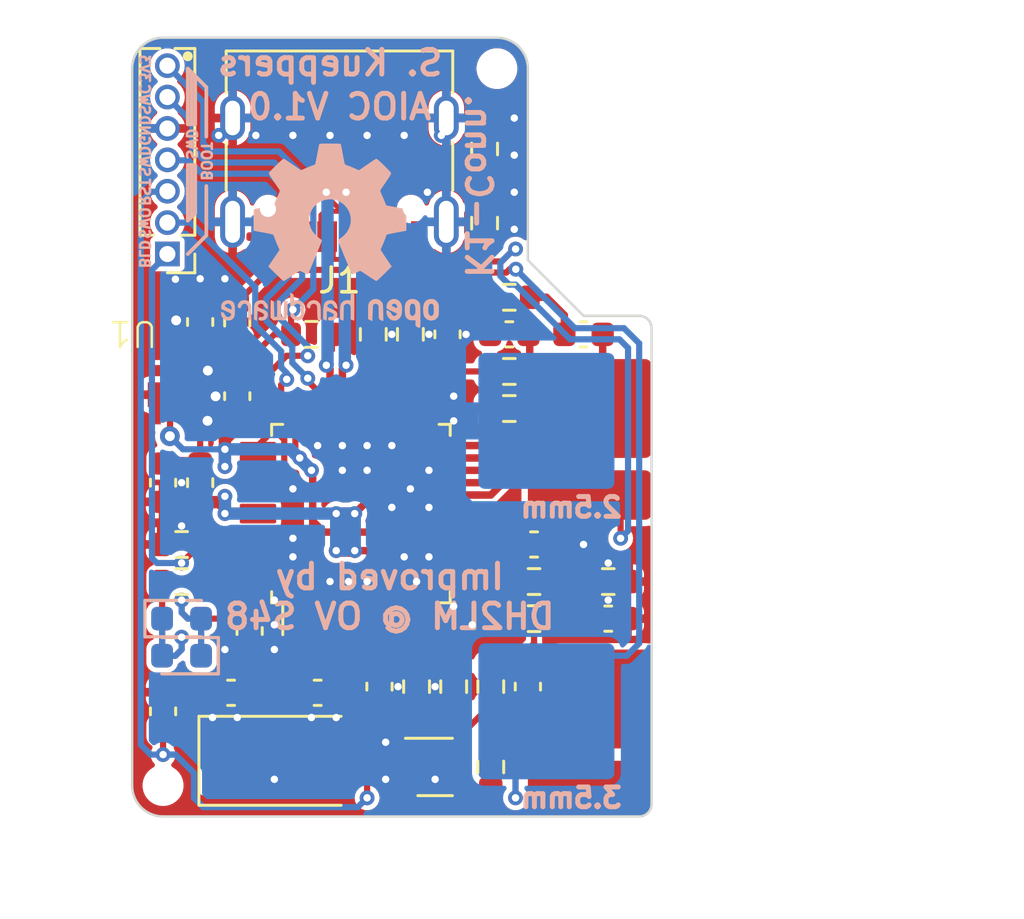
<source format=kicad_pcb>
(kicad_pcb (version 20240108) (generator "pcbnew") (generator_version "8.0")
  (layers (0 "F.Cu" signal) (31 "B.Cu" signal) (34 "B.Paste" user) (35 "F.Paste" user) (36 "B.SilkS" user "B.Silkscreen") (37 "F.SilkS" user "F.Silkscreen") (38 "B.Mask" user) (39 "F.Mask" user) (44 "Edge.Cuts" user))
  (net 0 "")
  (net 1 "GND")
  (net 2 "/OSCIN")
  (net 3 "/OSCOUT")
  (net 4 "/SWCLK")
  (net 5 "/SWDIO")
  (net 6 "/USB-DP")
  (net 7 "/USB-DN")
  (net 8 "+3V3")
  (net 9 "+3.3VA")
  (net 10 "/VIN")
  (net 11 "/VBUS")
  (net 12 "Net-(C12-Pad1)")
  (net 13 "Net-(C14-Pad1)")
  (net 14 "/USART-RX")
  (net 15 "/USART-TX")
  (net 16 "/PTT1")
  (net 17 "/PTT2")
  (net 18 "/AFIN")
  (net 19 "/RADIO-MIC")
  (net 20 "/RADIO-SPK")
  (net 21 "/AFOUT")
  (net 22 "/RADIO-RX-PTT1")
  (net 23 "/RADIO-TX")
  (net 24 "/RADIO-VP-PTT2")
  (net 25 "/NRST")
  (net 26 "/SWO")
  (net 27 "/BOOT0")
  (net 28 "/DAC_ATTEN")
  (net 29 "Net-(U1-VOUT2)")
  (net 30 "Net-(D1-A)")
  (net 31 "Net-(D1-K)")
  (net 34 "Net-(J1-CC1)")
  (net 35 "Net-(J1-CC2)")
  (net 36 "Net-(Q1B-C2)")
  (net 37 "Net-(Q1B-B2)")
  (net 38 "Net-(Q1A-C1)")
  (net 39 "Net-(Q1A-B1)")
  (net 40 "Net-(U2-PB8)")
  (footprint "Resistor_SMD:R_0603_1608Metric" (layer "F.Cu") (at 119.75 102 180)
    (property "Reference" "R2" (hide yes))
    (property "Value" "10K")
  )
  (footprint "LED_SMD:LED_0603_1608Metric" (layer "F.Cu") (at 105.5 105 180)
    (property "Reference" "D2" (hide yes))
    (property "Value" "RED")
  )
  (footprint "Capacitor_SMD:C_0603_1608Metric" (layer "F.Cu") (at 118.75 92 180)
    (property "Reference" "C11" (hide yes))
    (property "Value" "10n/NP0")
  )
  (footprint "Resistor_SMD:R_0603_1608Metric" (layer "F.Cu") (at 105.5 102)
    (property "Reference" "R15" (hide yes))
    (property "Value" "220R")
  )
  (footprint "Capacitor_SMD:C_0603_1608Metric" (layer "F.Cu") (at 107.5 106.5 180)
    (property "Reference" "C1" (hide yes))
    (property "Value" "22p/NP0")
  )
  (footprint "LED_SMD:LED_0603_1608Metric" (layer "F.Cu") (at 105.5 103.5)
    (property "Reference" "D1" (hide yes))
    (property "Value" "GREEN")
  )
  (footprint "Capacitor_SMD:C_0603_1608Metric" (layer "F.Cu") (at 113.5 106.25 -90)
    (property "Reference" "C9" (hide yes))
    (property "Value" "100n")
  )
  (footprint "Capacitor_SMD:C_0603_1608Metric" (layer "F.Cu") (at 122.75 103.5)
    (property "Reference" "C12" (hide yes))
    (property "Value" "100n")
  )
  (footprint "Resistor_SMD:R_0603_1608Metric" (layer "F.Cu") (at 118 109.5 -90)
    (property "Reference" "R13" (hide yes))
    (property "Value" "22R")
  )
  (footprint "Inductor_SMD:L_0603_1608Metric" (layer "F.Cu") (at 107.75 91.5 90)
    (property "Reference" "FB2" (hide yes))
    (property "Value" "600R@100MHz")
  )
  (footprint "Resistor_SMD:R_0603_1608Metric" (layer "F.Cu") (at 114.75 92 -90)
    (property "Reference" "R8" (hide yes))
    (property "Value" "220R")
  )
  (footprint "Resistor_SMD:R_0603_1608Metric" (layer "F.Cu") (at 116.5 106.25 -90)
    (property "Reference" "R11" (hide yes))
    (property "Value" "2.2K")
  )
  (footprint "Resistor_SMD:R_0603_1608Metric" (layer "F.Cu") (at 113.25 92 -90)
    (property "Reference" "R9" (hide yes))
    (property "Value" "220R")
  )
  (footprint "Connector_USB:USB_C_Receptacle_G-Switch_GT-USB-7010ASV" (layer "F.Cu") (at 111.882 84.322 180)
    (property "Reference" "J1")
    (property "Value" "GT-USB-7010ASV")
  )
  (footprint "Package_QFP:LQFP-48_7x7mm_P0.5mm" (layer "F.Cu") (at 112.75 99.25 90)
    (property "Reference" "U2" (hide yes))
    (property "Value" "STM32F373CBTx")
  )
  (footprint "Capacitor_SMD:C_0603_1608Metric" (layer "F.Cu") (at 106.25 91.5 90)
    (property "Reference" "C6" (hide yes))
    (property "Value" "4.7u/10V/X5R")
  )
  (footprint "Resistor_SMD:R_0603_1608Metric" (layer "F.Cu") (at 122.75 102 180)
    (property "Reference" "R4" (hide yes))
    (property "Value" "220R")
  )
  (footprint "Inductor_SMD:L_0603_1608Metric" (layer "F.Cu") (at 106.25 98 90)
    (property "Reference" "FB1" (hide yes))
    (property "Value" "600R@100MHz")
  )
  (footprint "Capacitor_SMD:C_0603_1608Metric" (layer "F.Cu") (at 111 106.5)
    (property "Reference" "C2" (hide yes))
    (property "Value" "22p/NP0")
  )
  (footprint "Resistor_SMD:R_0603_1608Metric" (layer "F.Cu") (at 115 106.25 -90)
    (property "Reference" "R10" (hide yes))
    (property "Value" "2.2K")
  )
  (footprint "Capacitor_SMD:C_0603_1608Metric" (layer "F.Cu") (at 107.75 94.5 90)
    (property "Reference" "C4" (hide yes))
    (property "Value" "4.7u/10V/X5R")
  )
  (footprint "Resistor_SMD:R_0603_1608Metric" (layer "F.Cu") (at 110.75 92)
    (property "Reference" "R1" (hide yes))
    (property "Value" "1.5K")
  )
  (footprint "Capacitor_SMD:C_0603_1608Metric" (layer "F.Cu") (at 104.75 98 -90)
    (property "Reference" "C5" (hide yes))
    (property "Value" "4.7u/10V/X5R")
  )
  (footprint "Package_TO_SOT_SMD:SOT-363_SC-70-6" (layer "F.Cu") (at 115.75 109.5)
    (property "Reference" "Q1" (hide yes))
    (property "Value" "BC847BS")
  )
  (footprint "Capacitor_SMD:C_0603_1608Metric" (layer "F.Cu") (at 121.75 92)
    (property "Reference" "C14" (hide yes))
    (property "Value" "4.7u/10V/X5R")
  )
  (footprint "Resistor_SMD:R_0603_1608Metric" (layer "F.Cu") (at 119.75 103.5 180)
    (property "Reference" "R17" (hide yes))
    (property "Value" "N.M.")
  )
  (footprint "Resistor_SMD:R_0603_1608Metric" (layer "F.Cu") (at 118.75 90.5)
    (property "Reference" "R5" (hide yes))
    (property "Value" "2.2K")
  )
  (footprint "Capacitor_SMD:C_0603_1608Metric" (layer "F.Cu") (at 104.75 107.25 90)
    (property "Reference" "C15" (hide yes))
    (property "Value" "100n")
  )
  (footprint "Capacitor_SMD:C_0603_1608Metric" (layer "F.Cu") (at 119.75 100.5)
    (property "Reference" "C7" (hide yes))
    (property "Value" "4.7u/10V/X5R")
  )
  (footprint "Connector_PinHeader_1.27mm:PinHeader_1x07_P1.27mm_Vertical" (layer "F.Cu") (at 104.925 88.75 180)
    (property "Reference" "J2" (hide yes))
    (property "Value" "Conn_01x07_Male")
  )
  (footprint "Capacitor_SMD:C_0603_1608Metric" (layer "F.Cu") (at 108.25 104 -90)
    (property "Reference" "C8" (hide yes))
    (property "Value" "100n")
  )
  (footprint "Resistor_SMD:R_0603_1608Metric" (layer "F.Cu") (at 118.75 93.5)
    (property "Reference" "R16" (hide yes))
    (property "Value" "5.1K")
  )
  (footprint "Resistor_SMD:R_0603_1608Metric" (layer "F.Cu") (at 118.75 95)
    (property "Reference" "R3" (hide yes))
    (property "Value" "5.1K")
  )
  (footprint "AIOC:TOOLING-HOLE" (layer "F.Cu") (at 104.75 110.25)
    (property "Reference" "H2" (hide yes))
    (property "Value" "ToolingHole")
  )
  (footprint "Capacitor_SMD:C_0603_1608Metric" (layer "F.Cu") (at 116.25 92 90)
    (property "Reference" "C10" (hide yes))
    (property "Value" "4.7u/10V/X5R")
  )
  (footprint "Resistor_SMD:R_0603_1608Metric" (layer "F.Cu") (at 105.5 100.5)
    (property "Reference" "R14" (hide yes))
    (property "Value" "2.2K")
  )
  (footprint "Resistor_SMD:R_0603_1608Metric" (layer "F.Cu") (at 117.75 84.5 -90)
    (property "Reference" "R6" (hide yes))
    (property "Value" "5.1K")
  )
  (footprint "DH2LM-FP:LLP-6 (2x1.8)" (layer "F.Cu") (at 105.532 93.466 180)
    (property "Reference" "U1")
    (property "Value" "VRD3333")
  )
  (footprint "AIOC:TOOLING-HOLE" (layer "F.Cu") (at 118.25 81.25)
    (property "Reference" "H1" (hide yes))
    (property "Value" "ToolingHole")
  )
  (footprint "Capacitor_SMD:C_0603_1608Metric" (layer "F.Cu") (at 119.5 106.25 -90)
    (property "Reference" "C13" (hide yes))
    (property "Value" "4.7u/10V/X5R")
  )
  (footprint "AIOC:Crystal_SMD_5032-2Pin_5.0x3.2mm" (layer "F.Cu") (at 109.25 109.25)
    (property "Reference" "Y1" (hide yes))
    (property "Value" "8MHz/20pF")
  )
  (footprint "Resistor_SMD:R_0603_1608Metric" (layer "F.Cu") (at 118 106.25 -90)
    (property "Reference" "R12" (hide yes))
    (property "Value" "22R")
  )
  (footprint "Resistor_SMD:R_0603_1608Metric" (layer "F.Cu") (at 117.75 87.5 90)
    (property "Reference" "R7" (hide yes))
    (property "Value" "5.1K")
  )
  (footprint "LED_SMD:LED_0603_1608Metric" (layer "B.Cu") (at 105.5 105 180)
    (property "Reference" "D4" (hide yes))
    (property "Value" "N.M.")
  )
  (footprint "LED_SMD:LED_0603_1608Metric" (layer "B.Cu") (at 105.5 103.5)
    (property "Reference" "D3" (hide yes))
    (property "Value" "N.M.")
  )
  (footprint "Symbol:OSHW-Logo2_9.8x8mm_SilkScreen" (layer "B.Cu") (at 111.5 88 180)
    (property "Reference" "REF**" (hide yes))
    (property "Value" "OSHW-Logo2_9.8x8mm_SilkScreen" (hide yes))
  )
  (gr_line (start 105.9 85.15) (end 105.9 87.25) (stroke (width 0.15)) (layer "B.SilkS"))
  (gr_line (start 105.75 87.4) (end 105.75 85.15) (stroke (width 0.15)) (layer "B.SilkS"))
  (gr_line (start 105.75 85.15) (end 106.05 85.15) (stroke (width 0.15)) (layer "B.SilkS"))
  (gr_line (start 105.75 88.75) (end 106.5 88) (stroke (width 0.15)) (layer "B.SilkS"))
  (gr_line (start 105.75 81.25) (end 106.5 82) (stroke (width 0.15)) (layer "B.SilkS"))
  (gr_line (start 105.75 83.5) (end 105.75 81.25) (stroke (width 0.15)) (layer "B.SilkS"))
  (gr_line (start 106.5 82) (end 106.5 84) (stroke (width 0.15)) (layer "B.SilkS"))
  (gr_line (start 105.75 83.5) (end 106.05 83.5) (stroke (width 0.15)) (layer "B.SilkS"))
  (gr_line (start 106.5 88) (end 106.5 86) (stroke (width 0.15)) (layer "B.SilkS"))
  (gr_line (start 106.05 87.1) (end 106.05 85.15) (stroke (width 0.15)) (layer "B.SilkS"))
  (gr_line (start 105.75 87.4) (end 106.05 87.1) (stroke (width 0.15)) (layer "B.SilkS"))
  (gr_line (start 105.9 81.4) (end 105.9 83.5) (stroke (width 0.15)) (layer "B.SilkS"))
  (gr_line (start 106.05 83.5) (end 106.05 81.55) (stroke (width 0.15)) (layer "B.SilkS"))
  (gr_circle (center 105.75 80.75) (end 105.85 80.75) (stroke (width 0.2)) (fill none) (layer "F.SilkS"))
  (gr_line (start 119.5 89) (end 119.5 81.25) (stroke (width 0.1)) (layer "Edge.Cuts"))
  (gr_line (start 103.5 110.25) (end 103.5 81.25) (stroke (width 0.1)) (layer "Edge.Cuts"))
  (gr_line (start 121.75 91.25) (end 124 91.25) (stroke (width 0.1)) (layer "Edge.Cuts"))
  (gr_line (start 124.5 91.75) (end 124.5 111) (stroke (width 0.1)) (layer "Edge.Cuts"))
  (gr_line (start 124 111.5) (end 104.75 111.5) (stroke (width 0.1)) (layer "Edge.Cuts"))
  (gr_arc (start 124.5 111) (mid 124.353553 111.353553) (end 124 111.5) (stroke (width 0.1)) (layer "Edge.Cuts"))
  (gr_line (start 121.75 91.25) (end 119.5 89) (stroke (width 0.1)) (layer "Edge.Cuts"))
  (gr_arc (start 118.25 80) (mid 119.133883 80.366117) (end 119.5 81.25) (stroke (width 0.1)) (layer "Edge.Cuts"))
  (gr_arc (start 103.5 81.25) (mid 103.866117 80.366117) (end 104.75 80) (stroke (width 0.1)) (layer "Edge.Cuts"))
  (gr_line (start 106 80) (end 118.25 80) (stroke (width 0.1)) (layer "Edge.Cuts"))
  (gr_arc (start 124 91.25) (mid 124.353553 91.396447) (end 124.5 91.75) (stroke (width 0.1)) (layer "Edge.Cuts"))
  (gr_line (start 106 80) (end 104.75 80) (stroke (width 0.1)) (layer "Edge.Cuts"))
  (gr_arc (start 104.75 111.5) (mid 103.866117 111.133883) (end 103.5 110.25) (stroke (width 0.1)) (layer "Edge.Cuts"))
  (gr_text "RST" (at 104 86.25 270) (layer "B.SilkS") (effects (font (size 0.4 0.4) (thickness 0.1)) (justify mirror)))
  (gr_text "SWD" (at 104 85 270) (layer "B.SilkS") (effects (font (size 0.4 0.4) (thickness 0.1)) (justify mirror)))
  (gr_text "SWO" (at 104 87.5 270) (layer "B.SilkS") (effects (font (size 0.4 0.4) (thickness 0.1)) (justify mirror)))
  (gr_text "GND" (at 104 83.75 270) (layer "B.SilkS") (effects (font (size 0.4 0.4) (thickness 0.1)) (justify mirror)))
  (gr_text "Improved by\nDH2LM @ OV S48" (at 113.914 102.61 0) (layer "B.SilkS") (effects (font (size 1 1) (thickness 0.2)) (justify mirror)))
  (gr_text "BLD" (at 104 88.75 270) (layer "B.SilkS") (effects (font (size 0.4 0.4) (thickness 0.1)) (justify mirror)))
  (gr_text "3V3" (at 104 81.25 270) (layer "B.SilkS") (effects (font (size 0.4 0.4) (thickness 0.1)) (justify mirror)))
  (gr_text "AIOC V1.0" (at 111.882 82.798 0) (layer "B.SilkS") (effects (font (size 1 1) (thickness 0.2)) (justify mirror)))
  (gr_text "3.5mm" (at 121.25 110.75 0) (layer "B.SilkS") (effects (font (size 0.8 0.8) (thickness 0.2)) (justify mirror)))
  (gr_text "SWD" (at 105.9 84.3 270) (layer "B.SilkS") (effects (font (size 0.4 0.4) (thickness 0.1)) (justify mirror)))
  (gr_text "S. Kueppers" (at 111.5 81.02 0) (layer "B.SilkS") (effects (font (size 1 1) (thickness 0.2)) (justify mirror)))
  (gr_text "K1-Conn." (at 117.5 86 270) (layer "B.SilkS") (effects (font (size 1 1) (thickness 0.2)) (justify mirror)))
  (gr_text "2.5mm" (at 121.25 99 0) (layer "B.SilkS") (effects (font (size 0.8 0.8) (thickness 0.2)) (justify mirror)))
  (gr_text "SWC" (at 104 82.5 270) (layer "B.SilkS") (effects (font (size 0.4 0.4) (thickness 0.1)) (justify mirror)))
  (gr_text "BOOT" (at 106.5 85 270) (layer "B.SilkS") (effects (font (size 0.4 0.4) (thickness 0.1)) (justify mirror)))
  (segment (start 105.097538 94.506538) (end 105.032 94.441) (width 0.5) (layer "F.Cu") (net 1))
  (segment (start 113.5 102.5) (end 113.5 103.4125) (width 0.3) (layer "F.Cu") (net 1))
  (segment (start 123.525 103.5) (end 123.525 102.05) (width 0.3) (layer "F.Cu") (net 1))
  (segment (start 104.532 94.941) (end 105.032 94.441) (width 0.25) (layer "F.Cu") (net 1))
  (segment (start 113 102) (end 113.5 102.5) (width 0.3) (layer "F.Cu") (net 1))
  (segment (start 109.5 101.5) (end 110 101) (width 0.3) (layer "F.Cu") (net 1))
  (segment (start 123.525 102.05) (end 123.575 102) (width 0.25) (layer "F.Cu") (net 1))
  (segment (start 108.5875 101.5) (end 109.5 101.5) (width 0.3) (layer "F.Cu") (net 1))
  (segment (start 104.532 95.416) (end 104.532 94.941) (width 0.25) (layer "F.Cu") (net 1))
  (via (at 114.25 106.25) (size 0.6) (drill 0.3) (layers "F.Cu" "B.Cu") (net 1))
  (via (at 115.5 97.5) (size 0.6) (drill 0.3) (layers "F.Cu" "B.Cu") (net 1))
  (via (at 113.00027 83.951369) (size 0.6) (drill 0.3) (layers "F.Cu" "B.Cu") (net 1))
  (via (at 116.5 94.5) (size 0.6) (drill 0.3) (layers "F.Cu" "B.Cu") (net 1))
  (via (at 118.95 83.25) (size 0.6) (drill 0.3) (layers "F.Cu" "B.Cu") (net 1))
  (via (at 107.75 107.5) (size 0.6) (drill 0.3) (layers "F.Cu" "B.Cu") (net 1))
  (via (at 115 102) (size 0.6) (drill 0.3) (layers "F.Cu" "B.Cu") (net 1))
  (via (at 113 96.5) (size 0.6) (drill 0.3) (layers "F.Cu" "B.Cu") (net 1))
  (via (at 110 100.25) (size 0.6) (drill 0.3) (layers "F.Cu" "B.Cu") (net 1))
  (via (at 118.95 84.75) (size 0.6) (drill 0.3) (layers "F.Cu" "B.Cu") (net 1))
  (via (at 109.25 103.75) (size 0.6) (drill 0.3) (layers "F.Cu" "B.Cu") (net 1))
  (via (at 112.25 102) (size 0.6) (drill 0.3) (layers "F.Cu" "B.Cu") (net 1))
  (via (at 107.25 89.75) (size 0.6) (drill 0.3) (layers "F.Cu" "B.Cu") (net 1))
  (via (at 113.75 110) (size 0.6) (drill 0.3) (layers "F.Cu" "B.Cu") (net 1))
  (via (at 110.75 107.5) (size 0.6) (drill 0.3) (layers "F.Cu" "B.Cu") (net 1))
  (via (at 106.560271 93.465394) (size 0.8) (drill 0.4) (layers "F.Cu" "B.Cu") (net 1))
  (via (at 112 97.5) (size 0.6) (drill 0.3) (layers "F.Cu" "B.Cu") (net 1))
  (via (at 105.25 89.769502) (size 0.6) (drill 0.3) (layers "F.Cu" "B.Cu") (net 1))
  (via (at 105.5 98) (size 0.6) (drill 0.3) (layers "F.Cu" "B.Cu") (net 1))
  (via (at 110 98.25) (size 0.6) (drill 0.3) (layers "F.Cu" "B.Cu") (net 1))
  (via (at 114 99) (size 0.6) (drill 0.3) (layers "F.Cu" "B.Cu") (net 1))
  (via (at 116.00027 83.951369) (size 0.6) (drill 0.3) (layers "F.Cu" "B.Cu") (net 1))
  (via (at 117 92) (size 0.6) (drill 0.3) (layers "F.Cu" "B.Cu") (net 1))
  (via (at 109.25 102.75) (size 0.6) (drill 0.3) (layers "F.Cu" "B.Cu") (net 1))
  (via (at 114.5 101) (size 0.6) (drill 0.3) (layers "F.Cu" "B.Cu") (net 1))
  (via (at 107 83.95) (size 0.6) (drill 0.3) (layers "F.Cu" "B.Cu") (net 1))
  (via (at 105.5 99.75) (size 0.6) (drill 0.3) (layers "F.Cu" "B.Cu") (net 1))
  (via (at 117.25 103.75) (size 0.6) (drill 0.3) (layers "F.Cu" "B.Cu") (net 1))
  (via (at 110 101) (size 0.6) (drill 0.3) (layers "F.Cu" "B.Cu") (net 1))
  (via (at 106.75 107.5) (size 0.6) (drill 0.3) (layers "F.Cu" "B.Cu") (net 1))
  (via (at 114 92) (size 0.6) (drill 0.3) (layers "F.Cu" "B.Cu") (net 1))
  (via (at 113 97.5) (size 0.6) (drill 0.3) (layers "F.Cu" "B.Cu") (net 1))
  (via (at 113 102) (size 0.6) (drill 0.3) (layers "F.Cu" "B.Cu") (net 1))
  (via (at 106.25 89.75) (size 0.6) (drill 0.3) (layers "F.Cu" "B.Cu") (net 1))
  (via (at 115.438 86.25) (size 0.6) (drill 0.3) (layers "F.Cu" "B.Cu") (net 1))
  (via (at 107.25 104.75) (size 0.6) (drill 0.3) (layers "F.Cu" "B.Cu") (net 1))
  (via (at 121.75 100.5) (size 0.6) (drill 0.3) (layers "F.Cu" "B.Cu") (net 1))
  (via (at 116.5 95.5) (size 0.6) (drill 0.3) (layers "F.Cu" "B.Cu") (net 1))
  (via (at 111.75 107.502432) (size 0.6) (drill 0.3) (layers "F.Cu" "B.Cu") (net 1))
  (via (at 114.75 98.25) (size 0.6) (drill 0.3) (layers "F.Cu" "B.Cu") (net 1))
  (via (at 115.75 110) (size 0.6) (drill 0.3) (layers "F.Cu" "B.Cu") (net 1))
  (via (at 114 96.5) (size 0.6) (drill 0.3) (layers "F.Cu" "B.Cu") (net 1))
  (via (at 113.75 108.5) (size 0.6) (drill 0.3) (layers "F.Cu" "B.Cu") (net 1))
  (via (at 114.4994 83.950576) (size 0.6) (drill 0.3) (layers "F.Cu" "B.Cu") (net 1))
  (via (at 112 96.5) (size 0.6) (drill 0.3) (layers "F.Cu" "B.Cu") (net 1))
  (via (at 108.50027 83.951369) (size 0.6) (drill 0.3) (layers "F.Cu" "B.Cu") (net 1))
  (via (at 116.5 103) (size 0.6) (drill 0.3) (layers "F.Cu" "B.Cu") (net 1))
  (via (at 111.50027 83.951369) (size 0.6) (drill 0.3) (layers "F.Cu" "B.Cu") (net 1))
  (via (at 105.278 91.434) (size 0.8) (drill 0.4) (layers "F.Cu" "B.Cu") (net 1))
  (via (at 122.75 101.25) (size 0.6) (drill 0.3) (layers "F.Cu" "B.Cu") (net 1))
  (via (at 115.5 99) (size 0.6) (drill 0.3) (layers "F.Cu" "B.Cu") (net 1))
  (via (at 109.25 110) (size 0.6) (drill 0.3) (layers "F.Cu" "B.Cu") (net 1))
  (via (at 111 96.5) (size 0.6) (drill 0.3) (layers "F.Cu" "B.Cu") (net 1))
  (via (at 115.5 101) (size 0.6) (drill 0.3) (layers "F.Cu" "B.Cu") (net 1))
  (via (at 111.5 102) (size 0.6) (drill 0.3) (layers "F.Cu" "B.Cu") (net 1))
  (via (at 118.95 86.25) (size 0.6) (drill 0.3) (layers "F.Cu" "B.Cu") (net 1))
  (via (at 109.25 104.75) (size 0.6) (drill 0.3) (layers "F.Cu" "B.Cu") (net 1))
  (via (at 115.5 92) (size 0.6) (drill 0.3) (layers "F.Cu" "B.Cu") (net 1))
  (via (at 118.95 87.75) (size 0.6) (drill 0.3) (layers "F.Cu" "B.Cu") (net 1))
  (via (at 106.548 95.498) (size 0.8) (drill 0.4) (layers "F.Cu" "B.Cu") (net 1))
  (via (at 106.874479 94.506538) (size 0.8) (drill 0.4) (layers "F.Cu" "B.Cu") (net 1))
  (via (at 110.00027 83.951369) (size 0.6) (drill 0.3) (layers "F.Cu" "B.Cu") (net 1))
  (via (at 122.75 102.75) (size 0.6) (drill 0.3) (layers "F.Cu" "B.Cu") (net 1))
  (via (at 115.75 106.25) (size 0.6) (drill 0.3) (layers "F.Cu" "B.Cu") (net 1))
  (segment (start 108.75 107.5) (end 108.75 109) (width 0.25) (layer "F.Cu") (net 2))
  (segment (start 108.5 109.25) (end 107.4 109.25) (width 0.25) (layer "F.Cu") (net 2))
  (segment (start 108.863604 106.5) (end 108.472183 106.5) (width 0.25) (layer "F.Cu") (net 2))
  (segment (start 108.275 106.75) (end 108.275 107.025) (width 0.25) (layer "F.Cu") (net 2))
  (segment (start 110.363604 105) (end 108.863604 106.5) (width 0.25) (layer "F.Cu") (net 2))
  (segment (start 112 104.363604) (end 111.363604 105) (width 0.25) (layer "F.Cu") (net 2))
  (segment (start 108.75 109) (end 108.5 109.25) (width 0.25) (layer "F.Cu") (net 2))
  (segment (start 112 103.4125) (end 112 104.363604) (width 0.25) (layer "F.Cu") (net 2))
  (segment (start 108.275 107.025) (end 108.75 107.5) (width 0.25) (layer "F.Cu") (net 2))
  (segment (start 111.363604 105) (end 110.363604 105) (width 0.25) (layer "F.Cu") (net 2))
  (segment (start 108.525 106.5) (end 108.275 106.75) (width 0.25) (layer "F.Cu") (net 2))
  (segment (start 112.5 104.5) (end 111.55 105.45) (width 0.25) (layer "F.Cu") (net 3))
  (segment (start 109.75 107.5) (end 109.75 109) (width 0.25) (layer "F.Cu") (net 3))
  (segment (start 110.225 107.025) (end 109.75 107.5) (width 0.25) (layer "F.Cu") (net 3))
  (segment (start 112.5 103.4125) (end 112.5 104.5) (width 0.25) (layer "F.Cu") (net 3))
  (segment (start 110.225 105.775) (end 110.225 107.025) (width 0.25) (layer "F.Cu") (net 3))
  (segment (start 110 109.25) (end 111.1 109.25) (width 0.25) (layer "F.Cu") (net 3))
  (segment (start 111.55 105.45) (end 110.55 105.45) (width 0.25) (layer "F.Cu") (net 3))
  (segment (start 110.55 105.45) (end 110.225 105.775) (width 0.25) (layer "F.Cu") (net 3))
  (segment (start 109.75 109) (end 110 109.25) (width 0.25) (layer "F.Cu") (net 3))
  (segment (start 109.05 96.0375) (end 108.5875 96.5) (width 0.25) (layer "F.Cu") (net 4))
  (segment (start 110.6 92.866006) (end 109.743948 92.866006) (width 0.25) (layer "F.Cu") (net 4))
  (segment (start 109.743948 92.866006) (end 109.05 93.559954) (width 0.25) (layer "F.Cu") (net 4))
  (segment (start 109.05 93.559954) (end 109.05 96.0375) (width 0.25) (layer "F.Cu") (net 4))
  (via (at 110.6 92.866006) (size 0.6) (drill 0.3) (layers "F.Cu" "B.Cu") (net 4))
  (segment (start 105.925 83.42) (end 104.925 82.42) (width 0.25) (layer "B.Cu") (net 4))
  (segment (start 109.375 90.741116) (end 110.375 89.741116) (width 0.25) (layer "B.Cu") (net 4))
  (segment (start 110.275 86.69528) (end 110.275 86.077208) (width 0.25) (layer "B.Cu") (net 4))
  (segment (start 110.6 92.866006) (end 110.6 92.483884) (width 0.25) (layer "B.Cu") (net 4))
  (segment (start 109.375 91.258884) (end 109.375 90.741116) (width 0.25) (layer "B.Cu") (net 4))
  (segment (start 110.6 92.483884) (end 109.375 91.258884) (width 0.25) (layer "B.Cu") (net 4))
  (segment (start 105.925 84.469592) (end 105.925 83.42) (width 0.25) (layer "B.Cu") (net 4))
  (segment (start 106.505408 85.05) (end 105.925 84.469592) (width 0.25) (layer "B.Cu") (net 4))
  (segment (start 110.375 89.741116) (end 110.375 86.79528) (width 0.25) (layer "B.Cu") (net 4))
  (segment (start 110.375 86.79528) (end 110.275 86.69528) (width 0.25) (layer "B.Cu") (net 4))
  (segment (start 109.247792 85.05) (end 106.505408 85.05) (width 0.25) (layer "B.Cu") (net 4))
  (segment (start 110.275 86.077208) (end 109.247792 85.05) (width 0.25) (layer "B.Cu") (net 4))
  (segment (start 110.499747 93.784062) (end 111 94.284315) (width 0.25) (layer "F.Cu") (net 5))
  (segment (start 111 94.284315) (end 111 95.0875) (width 0.25) (layer "F.Cu") (net 5))
  (via (at 110.6 93.774076) (size 0.6) (drill 0.3) (layers "F.Cu" "B.Cu") (net 5))
  (segment (start 109.825 86.263604) (end 109.825 89.65472) (width 0.25) (layer "B.Cu") (net 5))
  (segment (start 109.061396 85.5) (end 109.825 86.263604) (width 0.25) (layer "B.Cu") (net 5))
  (segment (start 108.925 90.55472) (end 108.925 91.44528) (width 0.25) (layer "B.Cu") (net 5))
  (segment (start 109.825 89.65472) (end 108.925 90.55472) (width 0.25) (layer "B.Cu") (net 5))
  (segment (start 109.975 93.149076) (end 110.6 93.774076) (width 0.25) (layer "B.Cu") (net 5))
  (segment (start 109.975 92.49528) (end 109.975 93.149076) (width 0.25) (layer "B.Cu") (net 5))
  (segment (start 104.925 84.96) (end 105.779012 84.96) (width 0.25) (layer "B.Cu") (net 5))
  (segment (start 105.779012 84.96) (end 106.319012 85.5) (width 0.25) (layer "B.Cu") (net 5))
  (segment (start 106.319012 85.5) (end 109.061396 85.5) (width 0.25) (layer "B.Cu") (net 5))
  (segment (start 108.925 91.44528) (end 109.975 92.49528) (width 0.25) (layer "B.Cu") (net 5))
  (segment (start 112.132 88.047) (end 112.132 87.177) (width 0.2) (layer "F.Cu") (net 6))
  (segment (start 111.132 88.047) (end 111.132 87.177) (width 0.2) (layer "F.Cu") (net 6))
  (segment (start 111.575 92.625) (end 111.575 92) (width 0.25) (layer "F.Cu") (net 6))
  (segment (start 111.2875 87.0215) (end 111.9765 87.0215) (width 0.2) (layer "F.Cu") (net 6))
  (segment (start 111.35 93.25) (end 111.35 92.85) (width 0.25) (layer "F.Cu") (net 6))
  (segment (start 111.5 86.4) (end 111.35 86.25) (width 0.3) (layer "F.Cu") (net 6))
  (segment (start 111.35 86.395) (end 111.35 86.25) (width 0.2) (layer "F.Cu") (net 6))
  (segment (start 111.9765 87.0215) (end 111.35 86.395) (width 0.2) (layer "F.Cu") (net 6))
  (segment (start 111.35 92.85) (end 111.575 92.625) (width 0.25) (layer "F.Cu") (net 6))
  (segment (start 111.5 95.0875) (end 111.5 93.4) (width 0.3) (layer "F.Cu") (net 6))
  (segment (start 112.132 87.177) (end 111.9765 87.0215) (width 0.2) (layer "F.Cu") (net 6))
  (segment (start 111.132 87.177) (end 111.2875 87.0215) (width 0.2) (layer "F.Cu") (net 6))
  (segment (start 111.5 93.4) (end 111.35 93.25) (width 0.3) (layer "F.Cu") (net 6))
  (via (at 111.35 86.25) (size 0.6) (drill 0.3) (layers "F.Cu" "B.Cu") (net 6))
  (via (at 111.35 93.25) (size 0.6) (drill 0.3) (layers "F.Cu" "B.Cu") (net 6))
  (segment (start 111.4 86.3) (end 111.4 93.2) (width 0.5) (layer "B.Cu") (net 6))
  (segment (start 111.35 86.25) (end 111.4 86.3) (width 0.5) (layer "B.Cu") (net 6))
  (segment (start 111.4 93.2) (end 111.35 93.25) (width 0.5) (layer "B.Cu") (net 6))
  (segment (start 112 95.0875) (end 112 93.4) (width 0.3) (layer "F.Cu") (net 7))
  (segment (start 111.632 88.917) (end 111.632 88.047) (width 0.2) (layer "F.Cu") (net 7))
  (segment (start 112 86.4) (end 112.15 86.25) (width 0.3) (layer "F.Cu") (net 7))
  (segment (start 112.632 88.047) (end 112.632 86.732) (width 0.2) (layer "F.Cu") (net 7))
  (segment (start 111.682 88.967) (end 111.632 88.917) (width 0.2) (layer "F.Cu") (net 7))
  (segment (start 112.582 88.967) (end 111.682 88.967) (width 0.2) (layer "F.Cu") (net 7))
  (segment (start 112.632 88.047) (end 112.632 88.917) (width 0.2) (layer "F.Cu") (net 7))
  (segment (start 112.632 86.732) (end 112.15 86.25) (width 0.2) (layer "F.Cu") (net 7))
  (segment (start 112 93.4) (end 112.15 93.25) (width 0.3) (layer "F.Cu") (net 7))
  (segment (start 112.632 88.917) (end 112.582 88.967) (width 0.2) (layer "F.Cu") (net 7))
  (via (at 112.15 86.25) (size 0.6) (drill 0.3) (layers "F.Cu" "B.Cu") (net 7))
  (via (at 112.15 93.25) (size 0.6) (drill 0.3) (layers "F.Cu" "B.Cu") (net 7))
  (segment (start 112.1 93.2) (end 112.15 93.25) (width 0.5) (layer "B.Cu") (net 7))
  (segment (start 112.1 86.3) (end 112.1 93.2) (width 0.5) (layer "B.Cu") (net 7))
  (segment (start 112.15 86.25) (end 112.1 86.3) (width 0.5) (layer "B.Cu") (net 7))
  (segment (start 110.1 96.85) (end 110.75 97.5) (width 0.25) (layer "F.Cu") (net 8))
  (segment (start 110 102.25) (end 110.5 101.75) (width 0.3) (layer "F.Cu") (net 8))
  (segment (start 110.8 99.3) (end 110.8 101.45) (width 0.3) (layer "F.Cu") (net 8))
  (segment (start 108.25 102.75) (end 108.5875 102.4125) (width 0.25) (layer "F.Cu") (net 8))
  (segment (start 110.25 102) (end 108.5875 102) (width 0.3) (layer "F.Cu") (net 8))
  (segment (start 110.8 99.55) (end 110.8 99.3) (width 0.3) (layer "F.Cu") (net 8))
  (segment (start 109.925 92) (end 109.925 91.075) (width 0.25) (layer "F.Cu") (net 8))
  (segment (start 107.25 96.25) (end 107.75 95.75) (width 0.5) (layer "F.Cu") (net 8))
  (segment (start 105.025 96.12001) (end 105.032 96.11301) (width 0.25) (layer "F.Cu") (net 8))
  (segment (start 118 100) (end 116.9125 100) (width 0.3) (layer "F.Cu") (net 8))
  (segment (start 110 95.0875) (end 110 95.972919) (width 0.25) (layer "F.Cu") (net 8))
  (segment (start 108.6 92.65) (end 109.25 92) (width 0.25) (layer "F.Cu") (net 8))
  (segment (start 110.2745 97) (end 110.8 97.5255) (width 0.3) (layer "F.Cu") (net 8))
  (segment (start 109.925 91.075) (end 110 91) (width 0.25) (layer "F.Cu") (net 8))
  (segment (start 116.9125 100) (end 111.25 100) (width 0.3) (layer "F.Cu") (net 8))
  (segment (start 111.25 100) (end 110.8 99.55) (width 0.3) (layer "F.Cu") (net 8))
  (segment (start 107.25 97.35) (end 107.25 96.25) (width 0.5) (layer "F.Cu") (net 8))
  (segment (start 110.8 97.5255) (end 110.8 99.3) (width 0.3) (layer "F.Cu") (net 8))
  (segment (start 107.75 95.75) (end 107.75 95.275) (width 0.5) (layer "F.Cu") (net 8))
  (segment (start 118.5 100.5) (end 118 100) (width 0.3) (layer "F.Cu") (net 8))
  (segment (start 108.25 95.275) (end 108.6 94.925) (width 0.25) (layer "F.Cu") (net 8))
  (segment (start 105.032 96.11301) (end 105.032 95.416) (width 0.25) (layer "F.Cu") (net 8))
  (segment (start 110.5 101.75) (end 110.25 102) (width 0.3) (layer "F.Cu") (net 8))
  (segment (start 118.975 100.5) (end 118.5 100.5) (width 0.3) (layer "F.Cu") (net 8))
  (segment (start 110 95.972919) (end 110.1 96.072919) (width 0.25) (layer "F.Cu") (net 8))
  (segment (start 108.25 103.225) (end 108.25 102.75) (width 0.25) (layer "F.Cu") (net 8))
  (segment (start 110 103.4125) (end 110 102.25) (width 0.3) (layer "F.Cu") (net 8))
  (segment (start 110.8 101.45) (end 110.5 101.75) (width 0.3) (layer "F.Cu") (net 8))
  (segment (start 107.75 95.275) (end 108.25 95.275) (width 0.25) (layer "F.Cu") (net 8))
  (segment (start 109.25 92) (end 109.925 92) (width 0.25) (layer "F.Cu") (net 8))
  (segment (start 108.6 94.925) (end 108.6 92.65) (width 0.25) (layer "F.Cu") (net 8))
  (segment (start 110.1 96.072919) (end 110.1 96.85) (width 0.25) (layer "F.Cu") (net 8))
  (segment (start 108.5875 102.4125) (end 108.5875 102) (width 0.25) (layer "F.Cu") (net 8))
  (via (at 110.2745 97) (size 0.6) (drill 0.3) (layers "F.Cu" "B.Cu") (net 8))
  (via (at 110 91) (size 0.6) (drill 0.3) (layers "F.Cu" "B.Cu") (net 8))
  (via (at 110.75 97.5) (size 0.6) (drill 0.3) (layers "F.Cu" "B.Cu") (net 8))
  (via (at 107.25 96.65) (size 0.6) (drill 0.3) (layers "F.Cu" "B.Cu") (net 8))
  (via (at 105.025 96.12001) (size 0.8) (drill 0.4) (layers "F.Cu" "B.Cu") (net 8))
  (via (at 107.25 97.35) (size 0.6) (drill 0.3) (layers "F.Cu" "B.Cu") (net 8))
  (segment (start 110.775152 85.940964) (end 110.725 85.991116) (width 0.25) (layer "B.Cu") (net 8))
  (segment (start 110.825 86.608884) (end 110.825 90.175) (width 0.25) (layer "B.Cu") (net 8))
  (segment (start 106.691804 84.6) (end 109.434188 84.6) (width 0.25) (layer "B.Cu") (net 8))
  (segment (start 110.2745 97) (end 110.25 97) (width 0.5) (layer "B.Cu") (net 8))
  (segment (start 105.55499 96.65) (end 107.25 96.65) (width 0.25) (layer "B.Cu") (net 8))
  (segment (start 107.25 96.65) (end 107.25 97.35) (width 0.5) (layer "B.Cu") (net 8))
  (segment (start 109.434188 84.6) (end 110.775152 85.940964) (width 0.25) (layer "B.Cu") (net 8))
  (segment (start 110.725 86.508884) (end 110.825 86.608884) (width 0.25) (layer "B.Cu") (net 8))
  (segment (start 105.025 96.12001) (end 105.55499 96.65) (width 0.25) (layer "B.Cu") (net 8))
  (segment (start 104.925 81.15) (end 106.375 82.6) (width 0.25) (layer "B.Cu") (net 8))
  (segment (start 110.825 90.175) (end 110 91) (width 0.25) (layer "B.Cu") (net 8))
  (segment (start 110.725 85.991116) (end 110.725 86.508884) (width 0.25) (layer "B.Cu") (net 8))
  (segment (start 106.375 84.283196) (end 106.691804 84.6) (width 0.25) (layer "B.Cu") (net 8))
  (segment (start 110.25 97) (end 110.75 97.5) (width 0.5) (layer "B.Cu") (net 8))
  (segment (start 106.375 82.6) (end 106.375 84.283196) (width 0.25) (layer "B.Cu") (net 8))
  (segment (start 107.25 96.65) (end 109.9 96.65) (width 0.5) (layer "B.Cu") (net 8))
  (segment (start 109.9 96.65) (end 110.75 97.5) (width 0.5) (layer "B.Cu") (net 8))
  (segment (start 107.25 98.55) (end 107.25 99) (width 0.5) (layer "F.Cu") (net 9))
  (segment (start 116 96.5) (end 115.25 96.5) (width 0.3) (layer "F.Cu") (net 9))
  (segment (start 112.5 100.75) (end 113 100.75) (width 0.3) (layer "F.Cu") (net 9))
  (segment (start 112.5 100.75) (end 111.75 100.75) (width 0.5) (layer "F.Cu") (net 9))
  (segment (start 117.925 93.5) (end 116.25 93.5) (width 0.25) (layer "F.Cu") (net 9))
  (segment (start 114 103.4125) (end 114 104.5) (width 0.3) (layer "F.Cu") (net 9))
  (segment (start 115.5 95.0875) (end 115.5 96.25) (width 0.3) (layer "F.Cu") (net 9))
  (segment (start 116.9125 96.5) (end 116 96.5) (width 0.3) (layer "F.Cu") (net 9))
  (segment (start 113 100.75) (end 114 101.75) (width 0.3) (layer "F.Cu") (net 9))
  (segment (start 107.0375 98.7875) (end 107.25 99) (width 0.5) (layer "F.Cu") (net 9))
  (segment (start 115.25 96.5) (end 113.25 98.5) (width 0.3) (layer "F.Cu") (net 9))
  (segment (start 116.25 93.5) (end 116.25 92.8625) (width 0.3) (layer "F.Cu") (net 9))
  (segment (start 112.5 99.25) (end 111.75 99.25) (width 0.5) (layer "F.Cu") (net 9))
  (segment (start 113.25 98.5) (end 112.5 99.25) (width 0.3) (layer "F.Cu") (net 9))
  (segment (start 113.5 105) (end 113.5 105.3875) (width 0.3) (layer "F.Cu") (net 9))
  (segment (start 115.5 95.0875) (end 115.5 94.25) (width 0.3) (layer "F.Cu") (net 9))
  (segment (start 114 101.75) (end 114 103.4125) (width 0.3) (layer "F.Cu") (net 9))
  (segment (start 106.25 98.7875) (end 107.0375 98.7875) (width 0.5) (layer "F.Cu") (net 9))
  (segment (start 107.25 99) (end 107.25 99.25) (width 0.5) (layer "F.Cu") (net 9))
  (segment (start 115.5 94.25) (end 116.25 93.5) (width 0.3) (layer "F.Cu") (net 9))
  (segment (start 114 104.5) (end 113.5 105) (width 0.3) (layer "F.Cu") (net 9))
  (segment (start 115.5 96.25) (end 115.25 96.5) (width 0.3) (layer "F.Cu") (net 9))
  (via (at 111.75 99.25) (size 0.6) (drill 0.3) (layers "F.Cu" "B.Cu") (net 9))
  (via (at 112.5 99.25) (size 0.6) (drill 0.3) (layers "F.Cu" "B.Cu") (net 9))
  (via (at 107.25 99.25) (size 0.6) (drill 0.3) (layers "F.Cu" "B.Cu") (net 9))
  (via (at 111.75 100.75) (size 0.6) (drill 0.3) (layers "F.Cu" "B.Cu") (net 9))
  (via (at 107.25 98.55) (size 0.6) (drill 0.3) (layers "F.Cu" "B.Cu") (net 9))
  (via (at 112.5 100.75) (size 0.6) (drill 0.3) (layers "F.Cu" "B.Cu") (net 9))
  (segment (start 112.5 99.25) (end 112.5 100.75) (width 0.5) (layer "B.Cu") (net 9))
  (segment (start 107.25 99.25) (end 107.25 98.55) (width 0.5) (layer "B.Cu") (net 9))
  (segment (start 112.1 99.25) (end 112.1 100.75) (width 0.5) (layer "B.Cu") (net 9))
  (segment (start 111.75 99.25) (end 112.25 99.25) (width 0.5) (layer "B.Cu") (net 9))
  (segment (start 111.75 99.25) (end 111.75 100.75) (width 0.5) (layer "B.Cu") (net 9))
  (segment (start 111.75 99.25) (end 107.25 99.25) (width 0.5) (layer "B.Cu") (net 9))
  (segment (start 112.25 99.25) (end 112.5 99.25) (width 0.5) (layer "B.Cu") (net 9))
  (segment (start 106.2625 92.2875) (end 106.25 92.275) (width 0.25) (layer "F.Cu") (net 10))
  (segment (start 107.75 92.2875) (end 106.2625 92.2875) (width 0.25) (layer "F.Cu") (net 10))
  (segment (start 106.25 92.275) (end 105.582 92.943) (width 0.25) (layer "F.Cu") (net 10))
  (segment (start 105.582 92.943) (end 105.582 93.466) (width 0.25) (layer "F.Cu") (net 10))
  (segment (start 105.582 93.466) (end 104.532 93.466) (width 0.25) (layer "F.Cu") (net 10))
  (segment (start 109.482 88.9805) (end 107.75 90.7125) (width 0.25) (layer "F.Cu") (net 11))
  (segment (start 112.758041 89.392) (end 113.158041 88.992) (width 0.25) (layer "F.Cu") (net 11))
  (segment (start 109.482 88.047) (end 109.482 88.9805) (width 0.25) (layer "F.Cu") (net 11))
  (segment (start 109.482 88.917) (end 109.957 89.392) (width 0.25) (layer "F.Cu") (net 11))
  (segment (start 109.957 89.392) (end 112.758041 89.392) (width 0.25) (layer "F.Cu") (net 11))
  (segment (start 114.282 88.917) (end 114.282 88.047) (width 0.25) (layer "F.Cu") (net 11))
  (segment (start 109.482 88.047) (end 109.482 88.917) (width 0.25) (layer "F.Cu") (net 11))
  (segment (start 113.158041 88.992) (end 114.207 88.992) (width 0.25) (layer "F.Cu") (net 11))
  (segment (start 114.207 88.992) (end 114.282 88.917) (width 0.25) (layer "F.Cu") (net 11))
  (segment (start 120.575 102) (end 121.925 102) (width 0.25) (layer "F.Cu") (net 12))
  (segment (start 120.575 103.5) (end 121.975 103.5) (width 0.25) (layer "F.Cu") (net 12))
  (segment (start 119.5 105.475) (end 119.5 104.75) (width 0.25) (layer "F.Cu") (net 12))
  (segment (start 121.925 102) (end 121.925 103.45) (width 0.25) (layer "F.Cu") (net 12))
  (segment (start 119.5 104.75) (end 119.75 104.5) (width 0.25) (layer "F.Cu") (net 12))
  (segment (start 119.75 104.5) (end 119.75 103.75) (width 0.25) (layer "F.Cu") (net 12))
  (segment (start 120 103.5) (end 120.575 103.5) (width 0.25) (layer "F.Cu") (net 12))
  (segment (start 119.75 103.75) (end 120 103.5) (width 0.25) (layer "F.Cu") (net 12))
  (segment (start 121.925 103.45) (end 121.975 103.5) (width 0.25) (layer "F.Cu") (net 12))
  (segment (start 120.975 91.225) (end 120.25 90.5) (width 0.3) (layer "F.Cu") (net 13))
  (segment (start 120.25 90.5) (end 119.575 90.5) (width 0.3) (layer "F.Cu") (net 13))
  (segment (start 120.975 92) (end 120.975 91.225) (width 0.3) (layer "F.Cu") (net 13))
  (segment (start 112.5 94.113604) (end 113.25 93.363604) (width 0.25) (layer "F.Cu") (net 14))
  (segment (start 113.25 93.363604) (end 113.25 92.9125) (width 0.25) (layer "F.Cu") (net 14))
  (segment (start 112.5 95.0875) (end 112.5 94.113604) (width 0.25) (layer "F.Cu") (net 14))
  (segment (start 113.5 93.75) (end 114.5 93.75) (width 0.25) (layer "F.Cu") (net 15))
  (segment (start 114.75 93.5) (end 114.75 92.9125) (width 0.25) (layer "F.Cu") (net 15))
  (segment (start 113 94.25) (end 113.5 93.75) (width 0.25) (layer "F.Cu") (net 15))
  (segment (start 114.5 93.75) (end 114.75 93.5) (width 0.25) (layer "F.Cu") (net 15))
  (segment (start 113 95.0875) (end 113 94.25) (width 0.25) (layer "F.Cu") (net 15))
  (segment (start 116.5 104.75) (end 116.5 105.3375) (width 0.25) (layer "F.Cu") (net 16))
  (segment (start 115.25 104.5) (end 116.25 104.5) (width 0.25) (layer "F.Cu") (net 16))
  (segment (start 116.25 104.5) (end 116.5 104.75) (width 0.25) (layer "F.Cu") (net 16))
  (segment (start 115 104.25) (end 115.25 104.5) (width 0.25) (layer "F.Cu") (net 16))
  (segment (start 115 103.4125) (end 115 104.25) (width 0.25) (layer "F.Cu") (net 16))
  (segment (start 115 104.886396) (end 115 105.425) (width 0.25) (layer "F.Cu") (net 17))
  (segment (start 114.5 103.4125) (end 114.5 104.386396) (width 0.25) (layer "F.Cu") (net 17))
  (segment (start 114.5 104.386396) (end 115 104.886396) (width 0.25) (layer "F.Cu") (net 17))
  (segment (start 118.75 97.75) (end 118.75 97.05) (width 0.3) (layer "F.Cu") (net 18))
  (segment (start 119 92) (end 119.525 92) (width 0.25) (layer "F.Cu") (net 18))
  (segment (start 117.925 90.5) (end 118.5 90.5) (width 0.25) (layer "F.Cu") (net 18))
  (segment (start 118.75 90.75) (end 118.75 91.75) (width 0.25) (layer "F.Cu") (net 18))
  (segment (start 118 98.5) (end 118.75 97.75) (width 0.3) (layer "F.Cu") (net 18))
  (segment (start 119.575 92.05) (end 119.525 92) (width 0.3) (layer "F.Cu") (net 18))
  (segment (start 118.75 97.05) (end 119.575 96.225) (width 0.3) (layer "F.Cu") (net 18))
  (segment (start 119.575 96.225) (end 119.575 93.5) (width 0.3) (layer "F.Cu") (net 18))
  (segment (start 119.575 93.5) (end 119.575 92.05) (width 0.3) (layer "F.Cu") (net 18))
  (segment (start 116.9125 98.5) (end 118 98.5) (width 0.3) (layer "F.Cu") (net 18))
  (segment (start 118.75 91.75) (end 119 92) (width 0.25) (layer "F.Cu") (net 18))
  (segment (start 118.5 90.5) (end 118.75 90.75) (width 0.25) (layer "F.Cu") (net 18))
  (segment (start 119.5 108.375) (end 120 108.875) (width 0.25) (layer "F.Cu") (net 19))
  (segment (start 119.5 107.025) (end 119.5 108.375) (width 0.25) (layer "F.Cu") (net 19))
  (segment (start 120 108.875) (end 120 109.75) (width 0.25) (layer "F.Cu") (net 19))
  (segment (start 122.525 92) (end 122.525 93.975) (width 0.3) (layer "F.Cu") (net 20))
  (segment (start 122.525 93.975) (end 122.5 94) (width 0.25) (layer "F.Cu") (net 20))
  (segment (start 118 101.5) (end 118.425 101.925) (width 0.25) (layer "F.Cu") (net 21))
  (segment (start 116.9125 101.5) (end 118 101.5) (width 0.25) (layer "F.Cu") (net 21))
  (segment (start 118.425 101.925) (end 119 101.925) (width 0.25) (layer "F.Cu") (net 21))
  (segment (start 115.116116 90.25) (end 114.75 90.616116) (width 0.25) (layer "F.Cu") (net 22))
  (segment (start 118.628536 89.5) (end 117.216682 89.5) (width 0.25) (layer "F.Cu") (net 22))
  (segment (start 119.011829 89.364195) (end 118.764341 89.364195) (width 0.25) (layer "F.Cu") (net 22))
  (segment (start 117.216682 89.5) (end 116.466682 90.25) (width 0.25) (layer "F.Cu") (net 22))
  (segment (start 119 110.75) (end 119 109) (width 0.25) (layer "F.Cu") (net 22))
  (segment (start 118.5875 108.5875) (end 118 108.5875) (width 0.25) (layer "F.Cu") (net 22))
  (segment (start 116.466682 90.25) (end 115.116116 90.25) (width 0.25) (layer "F.Cu") (net 22))
  (segment (start 114.75 90.616116) (end 114.75 91.0875) (width 0.25) (layer "F.Cu") (net 22))
  (segment (start 118.764341 89.364195) (end 118.628536 89.5) (width 0.25) (layer "F.Cu") (net 22))
  (segment (start 119 109) (end 118.5875 108.5875) (width 0.25) (layer "F.Cu") (net 22))
  (via (at 119 110.75) (size 0.6) (drill 0.3) (layers "F.Cu" "B.Cu") (net 22))
  (via (at 119.011829 89.364195) (size 0.6) (drill 0.3) (layers "F.Cu" "B.Cu") (net 22))
  (segment (start 124 92.363604) (end 123.386396 91.75) (width 0.25) (layer "B.Cu") (net 22))
  (segment (start 121.397634 91.75) (end 119.011829 89.364195) (width 0.25) (layer "B.Cu") (net 22))
  (segment (start 124 103.75) (end 124 92.363604) (width 0.25) (layer "B.Cu") (net 22))
  (segment (start 123.386396 91.75) (end 121.397634 91.75) (width 0.25) (layer "B.Cu") (net 22))
  (segment (start 123.5 105) (end 122.5 105) (width 0.25) (layer "B.Cu") (net 22))
  (segment (start 124 104.5) (end 123.5 105) (width 0.25) (layer "B.Cu") (net 22))
  (segment (start 124 103.75) (end 124 104.5) (width 0.25) (layer "B.Cu") (net 22))
  (segment (start 119 110.75) (end 119 109) (width 0.25) (layer "B.Cu") (net 22))
  (segment (start 123.25 100.25) (end 123.25 98.75) (width 0.25) (layer "F.Cu") (net 23))
  (segment (start 117.030286 89.05) (end 118.44214 89.05) (width 0.25) (layer "F.Cu") (net 23))
  (segment (start 113.5 90.25) (end 114.47972 90.25) (width 0.25) (layer "F.Cu") (net 23))
  (segment (start 118.944408 88.547732) (end 119.003182 88.547732) (width 0.25) (layer "F.Cu") (net 23))
  (segment (start 114.47972 90.25) (end 114.97972 89.75) (width 0.25) (layer "F.Cu") (net 23))
  (segment (start 113.25 91.0875) (end 113.25 90.5) (width 0.25) (layer "F.Cu") (net 23))
  (segment (start 118.44214 89.05) (end 118.944408 88.547732) (width 0.25) (layer "F.Cu") (net 23))
  (segment (start 116.330286 89.75) (end 117.030286 89.05) (width 0.25) (layer "F.Cu") (net 23))
  (segment (start 114.97972 89.75) (end 116.330286 89.75) (width 0.25) (layer "F.Cu") (net 23))
  (segment (start 113.25 90.5) (end 113.5 90.25) (width 0.25) (layer "F.Cu") (net 23))
  (via (at 123.25 100.25) (size 0.6) (drill 0.3) (layers "F.Cu" "B.Cu") (net 23))
  (via (at 119.003182 88.547732) (size 0.6) (drill 0.3) (layers "F.Cu" "B.Cu") (net 23))
  (segment (start 118.739195 89.989195) (end 118.386829 89.636829) (width 0.25) (layer "B.Cu") (net 23))
  (segment (start 123.2 92.2) (end 121.211238 92.2) (width 0.25) (layer "B.Cu") (net 23))
  (segment (start 123.55 92.55) (end 123.2 92.2) (width 0.25) (layer "B.Cu") (net 23))
  (segment (start 118.386829 89.636829) (end 118.386829 89.105311) (width 0.25) (layer "B.Cu") (net 23))
  (segment (start 118.386829 89.105311) (end 118.944408 88.547732) (width 0.25) (layer "B.Cu") (net 23))
  (segment (start 118.944408 88.547732) (end 119.003182 88.547732) (width 0.25) (layer "B.Cu") (net 23))
  (segment (start 123.55 99.95) (end 123.55 92.55) (width 0.25) (layer "B.Cu") (net 23))
  (segment (start 121.211238 92.2) (end 119.000433 89.989195) (width 0.25) (layer "B.Cu") (net 23))
  (segment (start 123.25 100.25) (end 123.55 99.95) (width 0.25) (layer "B.Cu") (net 23))
  (segment (start 119.000433 89.989195) (end 118.739195 89.989195) (width 0.25) (layer "B.Cu") (net 23))
  (segment (start 118.25 106.25) (end 122 106.25) (width 0.25) (layer "F.Cu") (net 24))
  (segment (start 118 105.3375) (end 118 106) (width 0.25) (layer "F.Cu") (net 24))
  (segment (start 118 106) (end 118.25 106.25) (width 0.25) (layer "F.Cu") (net 24))
  (segment (start 112.6 105.122183) (end 113 104.722183) (width 0.25) (layer "F.Cu") (net 25))
  (segment (start 112.6 107.377817) (end 112.6 105.122183) (width 0.25) (layer "F.Cu") (net 25))
  (segment (start 104.75 109) (end 104.75 108.025) (width 0.25) (layer "F.Cu") (net 25))
  (segment (start 113 110.75) (end 113 107.777817) (width 0.25) (layer "F.Cu") (net 25))
  (segment (start 113 107.777817) (end 112.6 107.377817) (width 0.25) (layer "F.Cu") (net 25))
  (segment (start 113 104.722183) (end 113 103.4125) (width 0.25) (layer "F.Cu") (net 25))
  (via (at 113 110.75) (size 0.6) (drill 0.3) (layers "F.Cu" "B.Cu") (net 25))
  (via (at 104.75 109) (size 0.6) (drill 0.3) (layers "F.Cu" "B.Cu") (net 25))
  (segment (start 104.75 109) (end 105.25 109) (width 0.25) (layer "B.Cu") (net 25))
  (segment (start 106.375 111.125) (end 106 110.75) (width 0.25) (layer "B.Cu") (net 25))
  (segment (start 113 110.75) (end 112.625 111.125) (width 0.25) (layer "B.Cu") (net 25))
  (segment (start 104.925 86.23) (end 104.27 86.23) (width 0.25) (layer "B.Cu") (net 25))
  (segment (start 103.85 108.6) (end 103.85 106.5) (width 0.25) (layer "B.Cu") (net 25))
  (segment (start 106 110.75) (end 106 109.75) (width 0.25) (layer "B.Cu") (net 25))
  (segment (start 104.25 109) (end 103.85 108.6) (width 0.25) (layer "B.Cu") (net 25))
  (segment (start 105.875 109.625) (end 105.25 109) (width 0.25) (layer "B.Cu") (net 25))
  (segment (start 112.625 111.125) (end 106.375 111.125) (width 0.25) (layer "B.Cu") (net 25))
  (segment (start 103.85 86.65) (end 103.85 106.6) (width 0.25) (layer "B.Cu") (net 25))
  (segment (start 104.27 86.23) (end 103.85 86.65) (width 0.25) (layer "B.Cu") (net 25))
  (segment (start 106 109.75) (end 105.875 109.625) (width 0.25) (layer "B.Cu") (net 25))
  (segment (start 105.25 109) (end 104.25 109) (width 0.25) (layer "B.Cu") (net 25))
  (segment (start 109.390685 97.5) (end 108.5875 97.5) (width 0.25) (layer "F.Cu") (net 26))
  (segment (start 109.75 93.819338) (end 109.525 94.044338) (width 0.25) (layer "F.Cu") (net 26))
  (segment (start 109.525 96.134315) (end 109.65 96.259315) (width 0.25) (layer "F.Cu") (net 26))
  (segment (start 109.525 94.044338) (end 109.525 96.134315) (width 0.25) (layer "F.Cu") (net 26))
  (segment (start 109.65 96.259315) (end 109.65 97.240685) (width 0.25) (layer "F.Cu") (net 26))
  (segment (start 109.65 97.240685) (end 109.390685 97.5) (width 0.25) (layer "F.Cu") (net 26))
  (via (at 109.75 93.819338) (size 0.6) (drill 0.3) (layers "F.Cu" "B.Cu") (net 26))
  (segment (start 109.525 92.681676) (end 109.525 93.335472) (width 0.25) (layer "B.Cu") (net 26))
  (segment (start 108.475 91.631676) (end 109.525 92.681676) (width 0.25) (layer "B.Cu") (net 26))
  (segment (start 109.75 93.560472) (end 109.75 93.819338) (width 0.25) (layer "B.Cu") (net 26))
  (segment (start 104.925 87.48) (end 105.863884 87.48) (width 0.25) (layer "B.Cu") (net 26))
  (segment (start 108.475 90.091116) (end 108.475 91.631676) (width 0.25) (layer "B.Cu") (net 26))
  (segment (start 105.863884 87.48) (end 108.475 90.091116) (width 0.25) (layer "B.Cu") (net 26))
  (segment (start 109.525 93.335472) (end 109.75 93.560472) (width 0.25) (layer "B.Cu") (net 26))
  (segment (start 107.363604 100) (end 106.863604 100.5) (width 0.25) (layer "F.Cu") (net 27))
  (segment (start 108.5875 100) (end 107.363604 100) (width 0.25) (layer "F.Cu") (net 27))
  (segment (start 106.863604 100.5) (end 106.325 100.5) (width 0.25) (layer "F.Cu") (net 27))
  (segment (start 105.5 101.25) (end 106.25 100.5) (width 0.25) (layer "F.Cu") (net 27))
  (segment (start 106.25 100.5) (end 106.325 100.5) (width 0.25) (layer "F.Cu") (net 27))
  (via (at 105.5 101.25) (size 0.6) (drill 0.3) (layers "F.Cu" "B.Cu") (net 27))
  (segment (start 104.3 101.05) (end 104.5 101.25) (width 0.25) (layer "B.Cu") (net 27))
  (segment (start 104.3 89.395) (end 104.3 101.05) (width 0.25) (layer "B.Cu") (net 27))
  (segment (start 104.925 88.77) (end 104.3 89.395) (width 0.25) (layer "B.Cu") (net 27))
  (segment (start 104.5 101.25) (end 105.5 101.25) (width 0.25) (layer "B.Cu") (net 27))
  (segment (start 116.9125 102) (end 117.75 102) (width 0.25) (layer "F.Cu") (net 28))
  (segment (start 117.75 102) (end 118 102.25) (width 0.25) (layer "F.Cu") (net 28))
  (segment (start 118.5 103.5) (end 118.925 103.5) (width 0.25) (layer "F.Cu") (net 28))
  (segment (start 118 102.25) (end 118 103) (width 0.25) (layer "F.Cu") (net 28))
  (segment (start 118 103) (end 118.5 103.5) (width 0.25) (layer "F.Cu") (net 28))
  (segment (start 106.25 96.234) (end 106.25 97.2125) (width 0.25) (layer "F.Cu") (net 29))
  (segment (start 106.25 97.2125) (end 105.5375 97.2125) (width 0.5) (layer "F.Cu") (net 29))
  (segment (start 105.5375 97.2125) (end 104.7625 97.2125) (width 0.5) (layer "F.Cu") (net 29))
  (segment (start 104.7625 97.2125) (end 104.75 97.225) (width 0.5) (layer "F.Cu") (net 29))
  (segment (start 105.532 95.416) (end 105.532 95.516) (width 0.25) (layer "F.Cu") (net 29))
  (segment (start 105.532 95.516) (end 106.25 96.234) (width 0.25) (layer "F.Cu") (net 29))
  (segment (start 106.2875 105.05) (end 106.2875 103.55) (width 0.25) (layer "F.Cu") (net 30))
  (segment (start 107 103.5) (end 106.2875 103.5) (width 0.25) (layer "F.Cu") (net 30))
  (segment (start 107.25 103.25) (end 107 103.5) (width 0.25) (layer "F.Cu") (net 30))
  (segment (start 107.25 102.286396) (end 107.25 103.25) (width 0.25) (layer "F.Cu") (net 30))
  (segment (start 105.75 103.5) (end 106.2875 103.5) (width 0.25) (layer "F.Cu") (net 30))
  (segment (start 105.5 103.25) (end 105.75 103.5) (width 0.25) (layer "F.Cu") (net 30))
  (segment (start 107.525 102.011396) (end 107.25 102.286396) (width 0.25) (layer "F.Cu") (net 30))
  (segment (start 105.5 102.75) (end 105.5 103.25) (width 0.25) (layer "F.Cu") (net 30))
  (segment (start 107.525 101.111396) (end 107.525 102.011396) (width 0.25) (layer "F.Cu") (net 30))
  (segment (start 108.5875 101) (end 107.636396 101) (width 0.25) (layer "F.Cu") (net 30))
  (segment (start 107.636396 101) (end 107.525 101.111396) (width 0.25) (layer "F.Cu") (net 30))
  (via (at 105.5 102.75) (size 0.6) (drill 0.3) (layers "F.Cu" "B.Cu") (net 30))
  (segment (start 106.2875 103.5) (end 106.2875 105) (width 0.25) (layer "B.Cu") (net 30))
  (segment (start 105.5 102.75) (end 105.5 103.25) (width 0.25) (layer "B.Cu") (net 30))
  (segment (start 105.75 103.5) (end 106.2875 103.5) (width 0.25) (layer "B.Cu") (net 30))
  (segment (start 105.5 103.25) (end 105.75 103.5) (width 0.25) (layer "B.Cu") (net 30))
  (segment (start 105.25 105) (end 104.7125 105) (width 0.25) (layer "F.Cu") (net 31))
  (segment (start 105.5 104.75) (end 105.25 105) (width 0.25) (layer "F.Cu") (net 31))
  (segment (start 104.7125 105.05) (end 104.7125 102.0875) (width 0.25) (layer "F.Cu") (net 31))
  (segment (start 105.5 104.25) (end 105.5 104.75) (width 0.25) (layer "F.Cu") (net 31))
  (segment (start 104.7125 102.0875) (end 104.675 102.05) (width 0.25) (layer "F.Cu") (net 31))
  (via (at 105.5 104.25) (size 0.6) (drill 0.3) (layers "F.Cu" "B.Cu") (net 31))
  (segment (start 104.7125 103.5) (end 104.7125 105) (width 0.25) (layer "B.Cu") (net 31))
  (segment (start 105.25 105) (end 104.7125 105) (width 0.25) (layer "B.Cu") (net 31))
  (segment (start 105.5 104.75) (end 105.25 105) (width 0.25) (layer "B.Cu") (net 31))
  (segment (start 105.5 104.25) (end 105.5 104.75) (width 0.25) (layer "B.Cu") (net 31))
  (segment (start 113.132 86.628) (end 113.132 88.047) (width 0.25) (layer "F.Cu") (net 34))
  (segment (start 116.7 85.625) (end 114.135 85.625) (width 0.25) (layer "F.Cu") (net 34))
  (segment (start 114.135 85.625) (end 113.132 86.628) (width 0.25) (layer "F.Cu") (net 34))
  (segment (start 117.75 86.675) (end 116.7 85.625) (width 0.25) (layer "F.Cu") (net 34))
  (segment (start 111.541116 85.175) (end 117.6 85.175) (width 0.25) (layer "F.Cu") (net 35))
  (segment (start 110.132 86.584116) (end 111.541116 85.175) (width 0.25) (layer "F.Cu") (net 35))
  (segment (start 117.6 85.175) (end 117.75 85.325) (width 0.25) (layer "F.Cu") (net 35))
  (segment (start 110.132 88.047) (end 110.132 86.584116) (width 0.25) (layer "F.Cu") (net 35))
  (segment (start 117.1625 110.75) (end 117.5 110.4125) (width 0.25) (layer "F.Cu") (net 36))
  (segment (start 114.8 110.15) (end 114.8 110.55) (width 0.25) (layer "F.Cu") (net 36))
  (segment (start 114.8 110.55) (end 115 110.75) (width 0.25) (layer "F.Cu") (net 36))
  (segment (start 115 110.75) (end 117.1625 110.75) (width 0.25) (layer "F.Cu") (net 36))
  (segment (start 117.5 110.4125) (end 118 110.4125) (width 0.25) (layer "F.Cu") (net 36))
  (segment (start 116.7 109.5) (end 116.310661 109.5) (width 0.25) (layer "F.Cu") (net 37))
  (segment (start 116 109.189339) (end 116 108.25) (width 0.25) (layer "F.Cu") (net 37))
  (segment (start 116.5 107.075) (end 116.5 107.75) (width 0.25) (layer "F.Cu") (net 37))
  (segment (start 116.310661 109.5) (end 116 109.189339) (width 0.25) (layer "F.Cu") (net 37))
  (segment (start 116.5 107.75) (end 116 108.25) (width 0.25) (layer "F.Cu") (net 37))
  (segment (start 117.925 107.075) (end 118 107.075) (width 0.25) (layer "F.Cu") (net 38))
  (segment (start 116.7 108.85) (end 116.7 108.3) (width 0.25) (layer "F.Cu") (net 38))
  (segment (start 116.7 108.3) (end 117.925 107.075) (width 0.25) (layer "F.Cu") (net 38))
  (segment (start 115 107.075) (end 115 107.75) (width 0.25) (layer "F.Cu") (net 39))
  (segment (start 115.224695 109.5) (end 115.5 109.224695) (width 0.25) (layer "F.Cu") (net 39))
  (segment (start 114.8 109.5) (end 115.224695 109.5) (width 0.25) (layer "F.Cu") (net 39))
  (segment (start 115 107.75) (end 115.5 108.25) (width 0.25) (layer "F.Cu") (net 39))
  (segment (start 115.5 109.224695) (end 115.5 108.25) (width 0.25) (layer "F.Cu") (net 39))
  (segment (start 106.9 102) (end 106.325 102) (width 0.25) (layer "F.Cu") (net 40))
  (segment (start 108.5875 100.5) (end 107.5 100.5) (width 0.25) (layer "F.Cu") (net 40))
  (segment (start 107.5 100.5) (end 107.075 100.925) (width 0.25) (layer "F.Cu") (net 40))
  (segment (start 107.075 100.925) (end 107.075 101.825) (width 0.25) (layer "F.Cu") (net 40))
  (segment (start 107.075 101.825) (end 106.9 102) (width 0.25) (layer "F.Cu") (net 40))
  (zone (net 1) (net_name "GND") (layer "F.Cu") (priority 3) (connect_pads (clearance 0.2)) (min_thickness 0.2) (fill yes (thermal_gap 0.22) (thermal_bridge_width 0.35) (smoothing fillet) (radius 0.25))
    (polygon (pts (xy 124.5 111.5) (xy 103.5 111.5) (xy 103.5 80) (xy 124.5 80)))
  )
  (zone (net 19) (net_name "/RADIO-MIC") (layer "F.Cu") (priority 5) (connect_pads (clearance 0.254)) (min_thickness 0.254) (fill yes (thermal_gap 0.508) (thermal_bridge_width 0.508) (smoothing fillet) (radius 0.25) (island_removal_mode 1) (island_area_min 0))
    (polygon (pts (xy 124.5 111.25) (xy 119.5 111.25) (xy 119.5 109.25) (xy 124.5 109.25)))
  )
  (zone (net 24) (net_name "/RADIO-VP-PTT2") (layer "F.Cu") (priority 5) (connect_pads (clearance 0.254)) (min_thickness 0.254) (fill yes (thermal_gap 0.508) (thermal_bridge_width 0.508) (smoothing fillet) (radius 0.25) (island_removal_mode 1) (island_area_min 0))
    (polygon (pts (xy 124.5 108.75) (xy 120.5 108.75) (xy 120.5 104.75) (xy 124.5 104.75)))
  )
  (zone (net 23) (net_name "/RADIO-TX") (layer "F.Cu") (priority 5) (connect_pads (clearance 0.254)) (min_thickness 0.254) (fill yes (thermal_gap 0.508) (thermal_bridge_width 0.508) (smoothing fillet) (radius 0.25) (island_removal_mode 1) (island_area_min 0))
    (polygon (pts (xy 124.5 99.5) (xy 119.5 99.5) (xy 119.5 97.5) (xy 124.5 97.5)))
  )
  (zone (net 20) (net_name "/RADIO-SPK") (layer "F.Cu") (priority 5) (connect_pads (clearance 0.254)) (min_thickness 0.254) (fill yes (thermal_gap 0.508) (thermal_bridge_width 0.508) (smoothing fillet) (radius 0.25) (island_removal_mode 1) (island_area_min 0))
    (polygon (pts (xy 124.5 97) (xy 120.5 97) (xy 120.5 93) (xy 124.5 93)))
  )
  (zone (net 1) (net_name "GND") (layer "B.Cu") (priority 5) (connect_pads (clearance 0.2)) (min_thickness 0.2) (fill yes (thermal_gap 0.254) (thermal_bridge_width 0.35) (smoothing fillet) (radius 0.25))
    (polygon (pts (xy 124.5 92.25) (xy 117.25 92.25) (xy 117 92.5) (xy 117 94.75) (xy 118.5 94.75) (xy 118.5 96.25) (xy 117 96.25) (xy 117 98.502475) (xy 117.25 98.75) (xy 124.5 98.75) (xy 124.5 111.5) (xy 103.5 111.5) (xy 103.5 80) (xy 124.5 80)))
  )
  (zone (net 1) (net_name "GND") (layer "B.Cu") (priority 10) (connect_pads (clearance 0.254)) (min_thickness 0.254) (fill yes (thermal_gap 0.508) (thermal_bridge_width 0.508) (smoothing fillet) (radius 0.25) (island_removal_mode 1) (island_area_min 0))
    (polygon (pts (xy 123 98.25) (xy 117.5 98.25) (xy 117.5 92.75) (xy 123 92.75)))
  )
  (zone (net 22) (net_name "/RADIO-RX-PTT1") (layer "B.Cu") (priority 10) (connect_pads (clearance 0.254)) (min_thickness 0.254) (fill yes (thermal_gap 0.508) (thermal_bridge_width 0.508) (smoothing fillet) (radius 0.25) (island_removal_mode 1) (island_area_min 0))
    (polygon (pts (xy 123 110) (xy 117.5 110) (xy 117.5 104.5) (xy 123 104.5)))
  )
)
</source>
